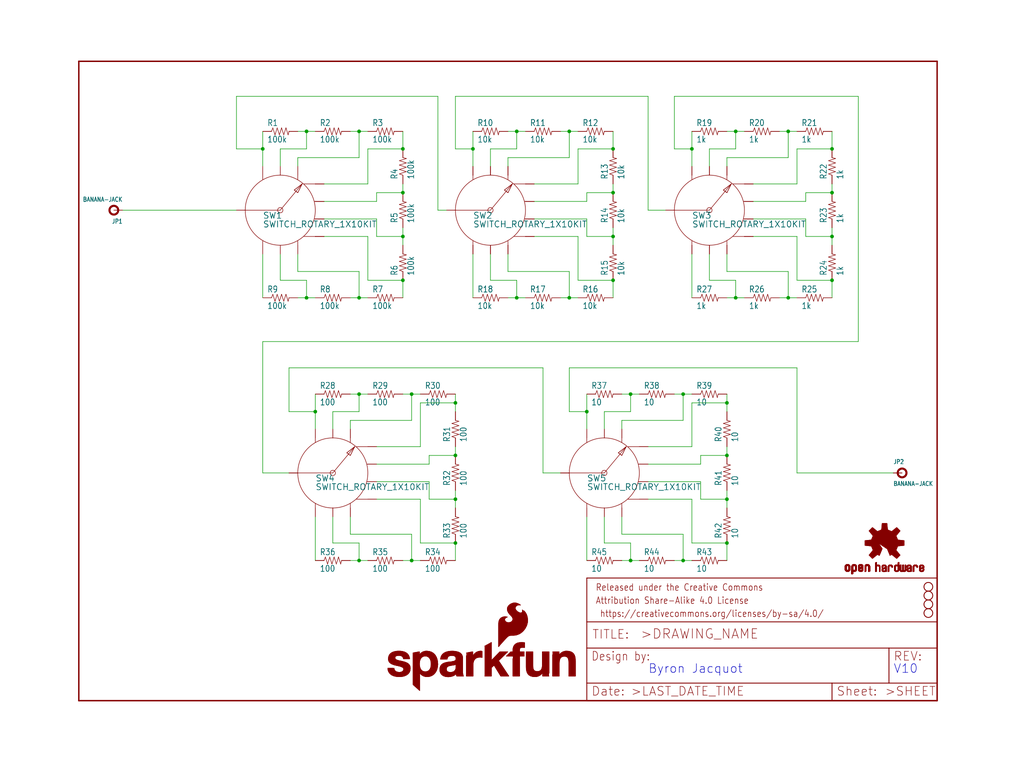
<source format=kicad_sch>
(kicad_sch (version 20211123) (generator eeschema)
  (paper "User" 297.002 223.926)
  (lib_symbols
    (symbol "eagleSchem-eagle-import:100KOHM-1{slash}4W-1%(PTH)VERT-KIT"
      (property "Reference" "R" (at -3.81 1.4986 0))
      (property "Value" "100KOHM-1{slash}4W-1%(PTH)VERT-KIT" (at -3.81 -3.302 0))
      (symbol "100KOHM-1{slash}4W-1%(PTH)VERT-KIT_1_0"
        (pin passive line (at -5.08 0 0) (length 2.54) (name "1") (number "P$1"))
        (pin passive line (at 5.08 0 180) (length 2.54) (name "2") (number "P$2"))
      )
    )
    (symbol "eagleSchem-eagle-import:100OHM-1{slash}4W-1%(PTH)VERT-KIT"
      (property "Reference" "R" (at -3.81 1.4986 0))
      (property "Value" "100OHM-1{slash}4W-1%(PTH)VERT-KIT" (at -3.81 -3.302 0))
      (symbol "100OHM-1{slash}4W-1%(PTH)VERT-KIT_1_0"
        (pin passive line (at -5.08 0 0) (length 2.54) (name "1") (number "P$1"))
        (pin passive line (at 5.08 0 180) (length 2.54) (name "2") (number "P$2"))
      )
    )
    (symbol "eagleSchem-eagle-import:10KOHM-1{slash}4W-1%(PTH)VERT-KIT"
      (property "Reference" "R" (at -3.81 1.4986 0))
      (property "Value" "10KOHM-1{slash}4W-1%(PTH)VERT-KIT" (at -3.81 -3.302 0))
      (symbol "10KOHM-1{slash}4W-1%(PTH)VERT-KIT_1_0"
        (pin passive line (at -5.08 0 0) (length 2.54) (name "1") (number "P$1"))
        (pin passive line (at 5.08 0 180) (length 2.54) (name "2") (number "P$2"))
      )
    )
    (symbol "eagleSchem-eagle-import:10OHM-1{slash}4W-1%(PTH)VERT-KIT"
      (property "Reference" "R" (at -3.81 1.4986 0))
      (property "Value" "10OHM-1{slash}4W-1%(PTH)VERT-KIT" (at -3.81 -3.302 0))
      (symbol "10OHM-1{slash}4W-1%(PTH)VERT-KIT_1_0"
        (pin passive line (at -5.08 0 0) (length 2.54) (name "1") (number "P$1"))
        (pin passive line (at 5.08 0 180) (length 2.54) (name "2") (number "P$2"))
      )
    )
    (symbol "eagleSchem-eagle-import:1KOHM-1{slash}4W-1%(PTH)VERT-KIT"
      (property "Reference" "R" (at -3.81 1.4986 0))
      (property "Value" "1KOHM-1{slash}4W-1%(PTH)VERT-KIT" (at -3.81 -3.302 0))
      (symbol "1KOHM-1{slash}4W-1%(PTH)VERT-KIT_1_0"
        (pin passive line (at -5.08 0 0) (length 2.54) (name "1") (number "P$1"))
        (pin passive line (at 5.08 0 180) (length 2.54) (name "2") (number "P$2"))
      )
    )
    (symbol "eagleSchem-eagle-import:BANANA-JACK"
      (property "Reference" "JP" (at -2.54 2.54 0))
      (property "Value" "BANANA-JACK" (at -2.54 -3.81 0))
      (symbol "BANANA-JACK_1_0"
        (pin bidirectional line (at -2.54 0 0) (length 2.54) (name "P$1") (number "P$1"))
      )
    )
    (symbol "eagleSchem-eagle-import:FRAME-LETTER"
      (symbol "FRAME-LETTER_2_0"
        (text " https://creativecommons.org/licenses/by-sa/4.0/" (at 2.54 24.13 0) (effects (font (size 1.9304 1.6408)) (justify left bottom)))
        (text ">DRAWING_NAME" (at 15.494 17.78 0) (effects (font (size 2.7432 2.7432)) (justify left bottom)))
        (text ">LAST_DATE_TIME" (at 12.7 1.27 0) (effects (font (size 2.54 2.54)) (justify left bottom)))
        (text ">SHEET" (at 86.36 1.27 0) (effects (font (size 2.54 2.54)) (justify left bottom)))
        (text "Attribution Share-Alike 4.0 License" (at 2.54 27.94 0) (effects (font (size 1.9304 1.6408)) (justify left bottom)))
        (text "Date:" (at 1.27 1.27 0) (effects (font (size 2.54 2.54)) (justify left bottom)))
        (text "Design by:" (at 1.27 11.43 0) (effects (font (size 2.54 2.159)) (justify left bottom)))
        (text "Released under the Creative Commons" (at 2.54 31.75 0) (effects (font (size 1.9304 1.6408)) (justify left bottom)))
        (text "REV:" (at 88.9 11.43 0) (effects (font (size 2.54 2.54)) (justify left bottom)))
        (text "Sheet:" (at 72.39 1.27 0) (effects (font (size 2.54 2.54)) (justify left bottom)))
        (text "TITLE:" (at 1.524 17.78 0) (effects (font (size 2.54 2.54)) (justify left bottom)))
      )
    )
    (symbol "eagleSchem-eagle-import:OSHW-LOGOL")
    (symbol "eagleSchem-eagle-import:SFE_LOGO_NAME_FLAME.2_INCH")
    (symbol "eagleSchem-eagle-import:SFE_LOGO_NAME_FLAME.5_INCH")
    (symbol "eagleSchem-eagle-import:STAND-OFF")
    (symbol "eagleSchem-eagle-import:SWITCH_ROTARY_1X10KIT"
      (property "Reference" "SW" (at -5.08 -2.54 0))
      (property "Value" "SWITCH_ROTARY_1X10KIT" (at -5.08 -5.08 0))
      (symbol "SWITCH_ROTARY_1X10KIT_1_0"
        (pin bidirectional line (at -5.08 12.7 270) (length 2.54) (name "1") (number "1"))
        (pin bidirectional line (at -5.08 -12.7 90) (length 2.54) (name "10") (number "10"))
        (pin bidirectional line (at 0 12.7 270) (length 2.54) (name "2") (number "2"))
        (pin bidirectional line (at 5.08 12.7 270) (length 2.54) (name "3") (number "3"))
        (pin bidirectional line (at 12.7 7.62 180) (length 2.54) (name "4") (number "4"))
        (pin bidirectional line (at 12.7 2.54 180) (length 2.54) (name "5") (number "5"))
        (pin bidirectional line (at 12.7 -2.54 180) (length 2.54) (name "6") (number "6"))
        (pin bidirectional line (at 12.7 -7.62 180) (length 2.54) (name "7") (number "7"))
        (pin bidirectional line (at 5.08 -12.7 90) (length 2.54) (name "8") (number "8"))
        (pin bidirectional line (at 0 -12.7 90) (length 2.54) (name "9") (number "9"))
        (pin bidirectional line (at -12.7 0 0) (length 2.54) (name "COMMON") (number "COMMON"))
      )
    )
  )
  (junction (at 213.36 86.36))
  (junction (at 149.86 86.36))
  (junction (at 198.12 162.56))
  (junction (at 170.18 119.38))
  (junction (at 116.84 55.88))
  (junction (at 177.8 43.18))
  (junction (at 210.82 144.78))
  (junction (at 116.84 43.18))
  (junction (at 182.88 114.3))
  (junction (at 165.1 38.1))
  (junction (at 149.86 38.1))
  (junction (at 210.82 157.48))
  (junction (at 241.3 81.28))
  (junction (at 241.3 43.18))
  (junction (at 104.14 86.36))
  (junction (at 104.14 114.3))
  (junction (at 210.82 116.84))
  (junction (at 119.38 114.3))
  (junction (at 104.14 38.1))
  (junction (at 104.14 162.56))
  (junction (at 241.3 55.88))
  (junction (at 132.08 157.48))
  (junction (at 177.8 68.58))
  (junction (at 119.38 162.56))
  (junction (at 182.88 162.56))
  (junction (at 241.3 68.58))
  (junction (at 88.9 38.1))
  (junction (at 177.8 55.88))
  (junction (at 116.84 81.28))
  (junction (at 177.8 81.28))
  (junction (at 132.08 116.84))
  (junction (at 88.9 86.36))
  (junction (at 137.16 43.18))
  (junction (at 165.1 86.36))
  (junction (at 198.12 114.3))
  (junction (at 228.6 38.1))
  (junction (at 91.44 119.38))
  (junction (at 132.08 132.08))
  (junction (at 210.82 132.08))
  (junction (at 200.66 43.18))
  (junction (at 132.08 144.78))
  (junction (at 76.2 43.18))
  (junction (at 228.6 86.36))
  (junction (at 116.84 68.58))
  (junction (at 213.36 38.1))
  (wire (pts (xy 91.44 86.36) (xy 88.9 86.36)))
  (wire (pts (xy 106.68 86.36) (xy 104.14 86.36)))
  (wire (pts (xy 241.3 66.04) (xy 241.3 68.58)))
  (wire (pts (xy 218.44 53.34) (xy 231.14 53.34)))
  (wire (pts (xy 210.82 73.66) (xy 210.82 78.74)))
  (wire (pts (xy 86.36 45.72) (xy 86.36 48.26)))
  (wire (pts (xy 170.18 162.56) (xy 170.18 149.86)))
  (wire (pts (xy 154.94 68.58) (xy 167.64 68.58)))
  (wire (pts (xy 147.32 45.72) (xy 147.32 48.26)))
  (wire (pts (xy 149.86 38.1) (xy 152.4 38.1)))
  (wire (pts (xy 213.36 86.36) (xy 210.82 86.36)))
  (wire (pts (xy 228.6 86.36) (xy 226.06 86.36)))
  (wire (pts (xy 142.24 43.18) (xy 149.86 43.18)))
  (wire (pts (xy 165.1 86.36) (xy 162.56 86.36)))
  (wire (pts (xy 101.6 38.1) (xy 104.14 38.1)))
  (wire (pts (xy 177.8 68.58) (xy 177.8 71.12)))
  (wire (pts (xy 203.2 134.62) (xy 203.2 132.08)))
  (wire (pts (xy 233.68 58.42) (xy 233.68 55.88)))
  (wire (pts (xy 147.32 38.1) (xy 149.86 38.1)))
  (wire (pts (xy 185.42 162.56) (xy 182.88 162.56)))
  (wire (pts (xy 109.22 68.58) (xy 109.22 63.5)))
  (wire (pts (xy 109.22 58.42) (xy 109.22 55.88)))
  (wire (pts (xy 167.64 53.34) (xy 167.64 43.18)))
  (wire (pts (xy 88.9 43.18) (xy 88.9 38.1)))
  (wire (pts (xy 154.94 58.42) (xy 170.18 58.42)))
  (wire (pts (xy 200.66 48.26) (xy 200.66 43.18)))
  (wire (pts (xy 104.14 119.38) (xy 104.14 114.3)))
  (wire (pts (xy 101.6 149.86) (xy 101.6 154.94)))
  (wire (pts (xy 137.16 86.36) (xy 137.16 73.66)))
  (wire (pts (xy 228.6 78.74) (xy 228.6 86.36)))
  (wire (pts (xy 218.44 58.42) (xy 233.68 58.42)))
  (wire (pts (xy 180.34 114.3) (xy 182.88 114.3)))
  (wire (pts (xy 233.68 68.58) (xy 233.68 63.5)))
  (wire (pts (xy 91.44 119.38) (xy 83.82 119.38)))
  (wire (pts (xy 241.3 53.34) (xy 241.3 55.88)))
  (wire (pts (xy 165.1 78.74) (xy 165.1 86.36)))
  (wire (pts (xy 121.92 157.48) (xy 132.08 157.48)))
  (wire (pts (xy 96.52 157.48) (xy 104.14 157.48)))
  (wire (pts (xy 165.1 119.38) (xy 165.1 106.68)))
  (wire (pts (xy 149.86 43.18) (xy 149.86 38.1)))
  (wire (pts (xy 205.74 73.66) (xy 205.74 81.28)))
  (wire (pts (xy 210.82 114.3) (xy 210.82 116.84)))
  (wire (pts (xy 137.16 43.18) (xy 132.08 43.18)))
  (wire (pts (xy 116.84 81.28) (xy 116.84 86.36)))
  (wire (pts (xy 182.88 114.3) (xy 185.42 114.3)))
  (wire (pts (xy 210.82 157.48) (xy 210.82 162.56)))
  (wire (pts (xy 187.96 129.54) (xy 200.66 129.54)))
  (wire (pts (xy 83.82 119.38) (xy 83.82 106.68)))
  (wire (pts (xy 170.18 58.42) (xy 170.18 55.88)))
  (wire (pts (xy 177.8 68.58) (xy 170.18 68.58)))
  (wire (pts (xy 149.86 86.36) (xy 147.32 86.36)))
  (wire (pts (xy 195.58 27.94) (xy 248.92 27.94)))
  (wire (pts (xy 175.26 124.46) (xy 175.26 119.38)))
  (wire (pts (xy 96.52 124.46) (xy 96.52 119.38)))
  (wire (pts (xy 200.66 162.56) (xy 198.12 162.56)))
  (wire (pts (xy 106.68 162.56) (xy 104.14 162.56)))
  (wire (pts (xy 210.82 78.74) (xy 228.6 78.74)))
  (wire (pts (xy 154.94 53.34) (xy 167.64 53.34)))
  (wire (pts (xy 132.08 157.48) (xy 132.08 162.56)))
  (wire (pts (xy 68.58 60.96) (xy 35.56 60.96)))
  (wire (pts (xy 200.66 129.54) (xy 200.66 116.84)))
  (wire (pts (xy 142.24 73.66) (xy 142.24 81.28)))
  (wire (pts (xy 167.64 86.36) (xy 165.1 86.36)))
  (wire (pts (xy 231.14 137.16) (xy 259.08 137.16)))
  (wire (pts (xy 231.14 68.58) (xy 231.14 81.28)))
  (wire (pts (xy 200.66 116.84) (xy 210.82 116.84)))
  (wire (pts (xy 109.22 55.88) (xy 116.84 55.88)))
  (wire (pts (xy 76.2 48.26) (xy 76.2 43.18)))
  (wire (pts (xy 96.52 149.86) (xy 96.52 157.48)))
  (wire (pts (xy 121.92 129.54) (xy 121.92 116.84)))
  (wire (pts (xy 104.14 114.3) (xy 106.68 114.3)))
  (wire (pts (xy 96.52 119.38) (xy 104.14 119.38)))
  (wire (pts (xy 165.1 45.72) (xy 147.32 45.72)))
  (wire (pts (xy 101.6 154.94) (xy 119.38 154.94)))
  (wire (pts (xy 213.36 43.18) (xy 213.36 38.1)))
  (wire (pts (xy 170.18 124.46) (xy 170.18 119.38)))
  (wire (pts (xy 177.8 38.1) (xy 177.8 43.18)))
  (wire (pts (xy 132.08 142.24) (xy 132.08 144.78)))
  (wire (pts (xy 170.18 63.5) (xy 154.94 63.5)))
  (wire (pts (xy 165.1 38.1) (xy 165.1 45.72)))
  (wire (pts (xy 119.38 162.56) (xy 116.84 162.56)))
  (wire (pts (xy 187.96 134.62) (xy 203.2 134.62)))
  (wire (pts (xy 76.2 43.18) (xy 76.2 38.1)))
  (wire (pts (xy 142.24 48.26) (xy 142.24 43.18)))
  (wire (pts (xy 119.38 114.3) (xy 119.38 121.92)))
  (wire (pts (xy 116.84 38.1) (xy 116.84 43.18)))
  (wire (pts (xy 101.6 121.92) (xy 101.6 124.46)))
  (wire (pts (xy 205.74 48.26) (xy 205.74 43.18)))
  (wire (pts (xy 132.08 116.84) (xy 132.08 119.38)))
  (wire (pts (xy 106.68 81.28) (xy 116.84 81.28)))
  (wire (pts (xy 187.96 144.78) (xy 200.66 144.78)))
  (wire (pts (xy 104.14 157.48) (xy 104.14 162.56)))
  (wire (pts (xy 165.1 106.68) (xy 231.14 106.68)))
  (wire (pts (xy 104.14 45.72) (xy 86.36 45.72)))
  (wire (pts (xy 116.84 66.04) (xy 116.84 68.58)))
  (wire (pts (xy 198.12 114.3) (xy 198.12 121.92)))
  (wire (pts (xy 88.9 86.36) (xy 86.36 86.36)))
  (wire (pts (xy 203.2 139.7) (xy 187.96 139.7)))
  (wire (pts (xy 248.92 99.06) (xy 76.2 99.06)))
  (wire (pts (xy 213.36 38.1) (xy 215.9 38.1)))
  (wire (pts (xy 137.16 38.1) (xy 137.16 43.18)))
  (wire (pts (xy 68.58 27.94) (xy 127 27.94)))
  (wire (pts (xy 149.86 81.28) (xy 149.86 86.36)))
  (wire (pts (xy 88.9 38.1) (xy 91.44 38.1)))
  (wire (pts (xy 81.28 81.28) (xy 88.9 81.28)))
  (wire (pts (xy 170.18 68.58) (xy 170.18 63.5)))
  (wire (pts (xy 91.44 119.38) (xy 91.44 114.3)))
  (wire (pts (xy 200.66 43.18) (xy 200.66 38.1)))
  (wire (pts (xy 170.18 119.38) (xy 170.18 114.3)))
  (wire (pts (xy 241.3 68.58) (xy 241.3 71.12)))
  (wire (pts (xy 152.4 86.36) (xy 149.86 86.36)))
  (wire (pts (xy 109.22 129.54) (xy 121.92 129.54)))
  (wire (pts (xy 109.22 144.78) (xy 121.92 144.78)))
  (wire (pts (xy 109.22 63.5) (xy 93.98 63.5)))
  (wire (pts (xy 210.82 144.78) (xy 210.82 147.32)))
  (wire (pts (xy 121.92 144.78) (xy 121.92 157.48)))
  (wire (pts (xy 132.08 129.54) (xy 132.08 132.08)))
  (wire (pts (xy 119.38 114.3) (xy 121.92 114.3)))
  (wire (pts (xy 116.84 68.58) (xy 116.84 71.12)))
  (wire (pts (xy 200.66 144.78) (xy 200.66 157.48)))
  (wire (pts (xy 203.2 144.78) (xy 203.2 139.7)))
  (wire (pts (xy 200.66 157.48) (xy 210.82 157.48)))
  (wire (pts (xy 218.44 68.58) (xy 231.14 68.58)))
  (wire (pts (xy 180.34 154.94) (xy 198.12 154.94)))
  (wire (pts (xy 248.92 27.94) (xy 248.92 99.06)))
  (wire (pts (xy 93.98 53.34) (xy 106.68 53.34)))
  (wire (pts (xy 226.06 38.1) (xy 228.6 38.1)))
  (wire (pts (xy 132.08 43.18) (xy 132.08 27.94)))
  (wire (pts (xy 81.28 48.26) (xy 81.28 43.18)))
  (wire (pts (xy 215.9 86.36) (xy 213.36 86.36)))
  (wire (pts (xy 213.36 81.28) (xy 213.36 86.36)))
  (wire (pts (xy 86.36 73.66) (xy 86.36 78.74)))
  (wire (pts (xy 180.34 149.86) (xy 180.34 154.94)))
  (wire (pts (xy 124.46 132.08) (xy 132.08 132.08)))
  (wire (pts (xy 106.68 43.18) (xy 116.84 43.18)))
  (wire (pts (xy 132.08 144.78) (xy 124.46 144.78)))
  (wire (pts (xy 127 60.96) (xy 129.54 60.96)))
  (wire (pts (xy 210.82 45.72) (xy 210.82 48.26)))
  (wire (pts (xy 228.6 45.72) (xy 210.82 45.72)))
  (wire (pts (xy 88.9 81.28) (xy 88.9 86.36)))
  (wire (pts (xy 198.12 162.56) (xy 195.58 162.56)))
  (wire (pts (xy 241.3 68.58) (xy 233.68 68.58)))
  (wire (pts (xy 142.24 81.28) (xy 149.86 81.28)))
  (wire (pts (xy 121.92 162.56) (xy 119.38 162.56)))
  (wire (pts (xy 198.12 121.92) (xy 180.34 121.92)))
  (wire (pts (xy 205.74 81.28) (xy 213.36 81.28)))
  (wire (pts (xy 210.82 38.1) (xy 213.36 38.1)))
  (wire (pts (xy 68.58 43.18) (xy 68.58 27.94)))
  (wire (pts (xy 106.68 53.34) (xy 106.68 43.18)))
  (wire (pts (xy 86.36 38.1) (xy 88.9 38.1)))
  (wire (pts (xy 231.14 81.28) (xy 241.3 81.28)))
  (wire (pts (xy 106.68 68.58) (xy 106.68 81.28)))
  (wire (pts (xy 198.12 154.94) (xy 198.12 162.56)))
  (wire (pts (xy 228.6 38.1) (xy 228.6 45.72)))
  (wire (pts (xy 233.68 55.88) (xy 241.3 55.88)))
  (wire (pts (xy 157.48 137.16) (xy 162.56 137.16)))
  (wire (pts (xy 228.6 38.1) (xy 231.14 38.1)))
  (wire (pts (xy 86.36 78.74) (xy 104.14 78.74)))
  (wire (pts (xy 177.8 81.28) (xy 177.8 86.36)))
  (wire (pts (xy 76.2 43.18) (xy 68.58 43.18)))
  (wire (pts (xy 187.96 27.94) (xy 187.96 60.96)))
  (wire (pts (xy 210.82 144.78) (xy 203.2 144.78)))
  (wire (pts (xy 210.82 142.24) (xy 210.82 144.78)))
  (wire (pts (xy 231.14 43.18) (xy 241.3 43.18)))
  (wire (pts (xy 81.28 73.66) (xy 81.28 81.28)))
  (wire (pts (xy 200.66 86.36) (xy 200.66 73.66)))
  (wire (pts (xy 167.64 68.58) (xy 167.64 81.28)))
  (wire (pts (xy 231.14 106.68) (xy 231.14 137.16)))
  (wire (pts (xy 167.64 81.28) (xy 177.8 81.28)))
  (wire (pts (xy 182.88 119.38) (xy 182.88 114.3)))
  (wire (pts (xy 147.32 78.74) (xy 165.1 78.74)))
  (wire (pts (xy 81.28 43.18) (xy 88.9 43.18)))
  (wire (pts (xy 132.08 144.78) (xy 132.08 147.32)))
  (wire (pts (xy 116.84 68.58) (xy 109.22 68.58)))
  (wire (pts (xy 91.44 124.46) (xy 91.44 119.38)))
  (wire (pts (xy 121.92 116.84) (xy 132.08 116.84)))
  (wire (pts (xy 203.2 132.08) (xy 210.82 132.08)))
  (wire (pts (xy 76.2 137.16) (xy 83.82 137.16)))
  (wire (pts (xy 147.32 73.66) (xy 147.32 78.74)))
  (wire (pts (xy 116.84 53.34) (xy 116.84 55.88)))
  (wire (pts (xy 187.96 60.96) (xy 193.04 60.96)))
  (wire (pts (xy 231.14 86.36) (xy 228.6 86.36)))
  (wire (pts (xy 205.74 43.18) (xy 213.36 43.18)))
  (wire (pts (xy 109.22 134.62) (xy 124.46 134.62)))
  (wire (pts (xy 132.08 27.94) (xy 187.96 27.94)))
  (wire (pts (xy 124.46 134.62) (xy 124.46 132.08)))
  (wire (pts (xy 200.66 43.18) (xy 195.58 43.18)))
  (wire (pts (xy 175.26 119.38) (xy 182.88 119.38)))
  (wire (pts (xy 119.38 121.92) (xy 101.6 121.92)))
  (wire (pts (xy 101.6 114.3) (xy 104.14 114.3)))
  (wire (pts (xy 170.18 55.88) (xy 177.8 55.88)))
  (wire (pts (xy 182.88 157.48) (xy 182.88 162.56)))
  (wire (pts (xy 177.8 53.34) (xy 177.8 55.88)))
  (wire (pts (xy 93.98 58.42) (xy 109.22 58.42)))
  (wire (pts (xy 91.44 162.56) (xy 91.44 149.86)))
  (wire (pts (xy 231.14 53.34) (xy 231.14 43.18)))
  (wire (pts (xy 93.98 68.58) (xy 106.68 68.58)))
  (wire (pts (xy 104.14 38.1) (xy 104.14 45.72)))
  (wire (pts (xy 137.16 48.26) (xy 137.16 43.18)))
  (wire (pts (xy 210.82 129.54) (xy 210.82 132.08)))
  (wire (pts (xy 180.34 121.92) (xy 180.34 124.46)))
  (wire (pts (xy 170.18 119.38) (xy 165.1 119.38)))
  (wire (pts (xy 132.08 114.3) (xy 132.08 116.84)))
  (wire (pts (xy 116.84 114.3) (xy 119.38 114.3)))
  (wire (pts (xy 241.3 81.28) (xy 241.3 86.36)))
  (wire (pts (xy 157.48 106.68) (xy 157.48 137.16)))
  (wire (pts (xy 104.14 162.56) (xy 101.6 162.56)))
  (wire (pts (xy 195.58 43.18) (xy 195.58 27.94)))
  (wire (pts (xy 119.38 154.94) (xy 119.38 162.56)))
  (wire (pts (xy 198.12 114.3) (xy 200.66 114.3)))
  (wire (pts (xy 104.14 38.1) (xy 106.68 38.1)))
  (wire (pts (xy 241.3 38.1) (xy 241.3 43.18)))
  (wire (pts (xy 127 27.94) (xy 127 60.96)))
  (wire (pts (xy 104.14 78.74) (xy 104.14 86.36)))
  (wire (pts (xy 175.26 157.48) (xy 182.88 157.48)))
  (wire (pts (xy 76.2 86.36) (xy 76.2 73.66)))
  (wire (pts (xy 195.58 114.3) (xy 198.12 114.3)))
  (wire (pts (xy 233.68 63.5) (xy 218.44 63.5)))
  (wire (pts (xy 124.46 139.7) (xy 109.22 139.7)))
  (wire (pts (xy 76.2 99.06) (xy 76.2 137.16)))
  (wire (pts (xy 104.14 86.36) (xy 101.6 86.36)))
  (wire (pts (xy 177.8 66.04) (xy 177.8 68.58)))
  (wire (pts (xy 182.88 162.56) (xy 180.34 162.56)))
  (wire (pts (xy 167.64 43.18) (xy 177.8 43.18)))
  (wire (pts (xy 83.82 106.68) (xy 157.48 106.68)))
  (wire (pts (xy 175.26 149.86) (xy 175.26 157.48)))
  (wire (pts (xy 210.82 116.84) (xy 210.82 119.38)))
  (wire (pts (xy 162.56 38.1) (xy 165.1 38.1)))
  (wire (pts (xy 124.46 144.78) (xy 124.46 139.7)))
  (wire (pts (xy 167.64 38.1) (xy 165.1 38.1)))
  (text "Byron Jacquot" (at 187.96 195.58 180) (effects (font (size 2.54 2.54)) (justify left bottom)))
  (text "V10" (at 259.08 195.58 180) (effects (font (size 2.54 2.54)) (justify left bottom)))
  (symbol (lib_id "eagleSchem-eagle-import:1KOHM-1{slash}4W-1%(PTH)VERT-KIT") (at 241.3 48.26 90) (unit 1)
    (property "Reference" "R22" (at 239.8014 52.07 0) (effects (font (size 1.778 1.5113)) (justify left bottom)))
    (property "Value" "1k" (at 244.602 52.07 0) (effects (font (size 1.778 1.5113)) (justify left bottom)))
    (property "Footprint" "eagleSchem:AXIAL-0.1EZ" (effects hide))
  )
  (symbol (lib_id "eagleSchem-eagle-import:STAND-OFF") (at 269.24 172.72 0) (unit 1)
    (property "Reference" "STANDOFF3" (effects hide))
    (property "Value" "STAND-OFF" (effects hide))
    (property "Footprint" "eagleSchem:STAND-OFF" (effects hide))
  )
  (symbol (lib_id "eagleSchem-eagle-import:100KOHM-1{slash}4W-1%(PTH)VERT-KIT") (at 96.52 86.36 0) (unit 1)
    (property "Reference" "R8" (at 92.71 84.8614 0) (effects (font (size 1.778 1.5113)) (justify left bottom)))
    (property "Value" "100k" (at 92.71 89.662 0) (effects (font (size 1.778 1.5113)) (justify left bottom)))
    (property "Footprint" "eagleSchem:AXIAL-0.1EZ" (effects hide))
  )
  (symbol (lib_id "eagleSchem-eagle-import:100OHM-1{slash}4W-1%(PTH)VERT-KIT") (at 127 162.56 0) (unit 1)
    (property "Reference" "R34" (at 123.19 161.0614 0) (effects (font (size 1.778 1.5113)) (justify left bottom)))
    (property "Value" "100" (at 123.19 165.862 0) (effects (font (size 1.778 1.5113)) (justify left bottom)))
    (property "Footprint" "eagleSchem:AXIAL-0.1EZ" (effects hide))
  )
  (symbol (lib_id "eagleSchem-eagle-import:10OHM-1{slash}4W-1%(PTH)VERT-KIT") (at 205.74 162.56 0) (unit 1)
    (property "Reference" "R43" (at 201.93 161.0614 0) (effects (font (size 1.778 1.5113)) (justify left bottom)))
    (property "Value" "10" (at 201.93 165.862 0) (effects (font (size 1.778 1.5113)) (justify left bottom)))
    (property "Footprint" "eagleSchem:AXIAL-0.1EZ" (effects hide))
  )
  (symbol (lib_id "eagleSchem-eagle-import:100KOHM-1{slash}4W-1%(PTH)VERT-KIT") (at 116.84 48.26 90) (unit 1)
    (property "Reference" "R4" (at 115.3414 52.07 0) (effects (font (size 1.778 1.5113)) (justify left bottom)))
    (property "Value" "100k" (at 120.142 52.07 0) (effects (font (size 1.778 1.5113)) (justify left bottom)))
    (property "Footprint" "eagleSchem:AXIAL-0.1EZ" (effects hide))
  )
  (symbol (lib_id "eagleSchem-eagle-import:STAND-OFF") (at 269.24 177.8 0) (unit 1)
    (property "Reference" "STANDOFF1" (effects hide))
    (property "Value" "STAND-OFF" (effects hide))
    (property "Footprint" "eagleSchem:STAND-OFF" (effects hide))
  )
  (symbol (lib_id "eagleSchem-eagle-import:1KOHM-1{slash}4W-1%(PTH)VERT-KIT") (at 220.98 86.36 0) (unit 1)
    (property "Reference" "R26" (at 217.17 84.8614 0) (effects (font (size 1.778 1.5113)) (justify left bottom)))
    (property "Value" "1k" (at 217.17 89.662 0) (effects (font (size 1.778 1.5113)) (justify left bottom)))
    (property "Footprint" "eagleSchem:AXIAL-0.1EZ" (effects hide))
  )
  (symbol (lib_id "eagleSchem-eagle-import:10KOHM-1{slash}4W-1%(PTH)VERT-KIT") (at 177.8 60.96 90) (unit 1)
    (property "Reference" "R14" (at 176.3014 64.77 0) (effects (font (size 1.778 1.5113)) (justify left bottom)))
    (property "Value" "10k" (at 181.102 64.77 0) (effects (font (size 1.778 1.5113)) (justify left bottom)))
    (property "Footprint" "eagleSchem:AXIAL-0.1EZ" (effects hide))
  )
  (symbol (lib_id "eagleSchem-eagle-import:10OHM-1{slash}4W-1%(PTH)VERT-KIT") (at 210.82 137.16 90) (unit 1)
    (property "Reference" "R41" (at 209.3214 140.97 0) (effects (font (size 1.778 1.5113)) (justify left bottom)))
    (property "Value" "10" (at 214.122 140.97 0) (effects (font (size 1.778 1.5113)) (justify left bottom)))
    (property "Footprint" "eagleSchem:AXIAL-0.1EZ" (effects hide))
  )
  (symbol (lib_id "eagleSchem-eagle-import:SWITCH_ROTARY_1X10KIT") (at 205.74 60.96 0) (unit 1)
    (property "Reference" "SW3" (at 200.66 63.5 0) (effects (font (size 1.778 1.778)) (justify left bottom)))
    (property "Value" "SWITCH_ROTARY_1X10KIT" (at 200.66 66.04 0) (effects (font (size 1.778 1.778)) (justify left bottom)))
    (property "Footprint" "eagleSchem:ROTARY_SWITCH_1X10_KIT" (effects hide))
  )
  (symbol (lib_id "eagleSchem-eagle-import:100OHM-1{slash}4W-1%(PTH)VERT-KIT") (at 96.52 114.3 0) (unit 1)
    (property "Reference" "R28" (at 92.71 112.8014 0) (effects (font (size 1.778 1.5113)) (justify left bottom)))
    (property "Value" "100" (at 92.71 117.602 0) (effects (font (size 1.778 1.5113)) (justify left bottom)))
    (property "Footprint" "eagleSchem:AXIAL-0.1EZ" (effects hide))
  )
  (symbol (lib_id "eagleSchem-eagle-import:FRAME-LETTER") (at 22.86 203.2 0) (unit 1)
    (property "Reference" "FRAME1" (effects hide))
    (property "Value" "FRAME-LETTER" (effects hide))
    (property "Footprint" "eagleSchem:CREATIVE_COMMONS" (effects hide))
  )
  (symbol (lib_id "eagleSchem-eagle-import:10KOHM-1{slash}4W-1%(PTH)VERT-KIT") (at 157.48 38.1 0) (unit 1)
    (property "Reference" "R11" (at 153.67 36.6014 0) (effects (font (size 1.778 1.5113)) (justify left bottom)))
    (property "Value" "10k" (at 153.67 41.402 0) (effects (font (size 1.778 1.5113)) (justify left bottom)))
    (property "Footprint" "eagleSchem:AXIAL-0.1EZ" (effects hide))
  )
  (symbol (lib_id "eagleSchem-eagle-import:1KOHM-1{slash}4W-1%(PTH)VERT-KIT") (at 205.74 86.36 0) (unit 1)
    (property "Reference" "R27" (at 201.93 84.8614 0) (effects (font (size 1.778 1.5113)) (justify left bottom)))
    (property "Value" "1k" (at 201.93 89.662 0) (effects (font (size 1.778 1.5113)) (justify left bottom)))
    (property "Footprint" "eagleSchem:AXIAL-0.1EZ" (effects hide))
  )
  (symbol (lib_id "eagleSchem-eagle-import:1KOHM-1{slash}4W-1%(PTH)VERT-KIT") (at 220.98 38.1 0) (unit 1)
    (property "Reference" "R20" (at 217.17 36.6014 0) (effects (font (size 1.778 1.5113)) (justify left bottom)))
    (property "Value" "1k" (at 217.17 41.402 0) (effects (font (size 1.778 1.5113)) (justify left bottom)))
    (property "Footprint" "eagleSchem:AXIAL-0.1EZ" (effects hide))
  )
  (symbol (lib_id "eagleSchem-eagle-import:100KOHM-1{slash}4W-1%(PTH)VERT-KIT") (at 81.28 86.36 0) (unit 1)
    (property "Reference" "R9" (at 77.47 84.8614 0) (effects (font (size 1.778 1.5113)) (justify left bottom)))
    (property "Value" "100k" (at 77.47 89.662 0) (effects (font (size 1.778 1.5113)) (justify left bottom)))
    (property "Footprint" "eagleSchem:AXIAL-0.1EZ" (effects hide))
  )
  (symbol (lib_id "eagleSchem-eagle-import:10OHM-1{slash}4W-1%(PTH)VERT-KIT") (at 175.26 162.56 0) (unit 1)
    (property "Reference" "R45" (at 171.45 161.0614 0) (effects (font (size 1.778 1.5113)) (justify left bottom)))
    (property "Value" "10" (at 171.45 165.862 0) (effects (font (size 1.778 1.5113)) (justify left bottom)))
    (property "Footprint" "eagleSchem:AXIAL-0.1EZ" (effects hide))
  )
  (symbol (lib_id "eagleSchem-eagle-import:10KOHM-1{slash}4W-1%(PTH)VERT-KIT") (at 177.8 48.26 90) (unit 1)
    (property "Reference" "R13" (at 176.3014 52.07 0) (effects (font (size 1.778 1.5113)) (justify left bottom)))
    (property "Value" "10k" (at 181.102 52.07 0) (effects (font (size 1.778 1.5113)) (justify left bottom)))
    (property "Footprint" "eagleSchem:AXIAL-0.1EZ" (effects hide))
  )
  (symbol (lib_id "eagleSchem-eagle-import:1KOHM-1{slash}4W-1%(PTH)VERT-KIT") (at 205.74 38.1 0) (unit 1)
    (property "Reference" "R19" (at 201.93 36.6014 0) (effects (font (size 1.778 1.5113)) (justify left bottom)))
    (property "Value" "1k" (at 201.93 41.402 0) (effects (font (size 1.778 1.5113)) (justify left bottom)))
    (property "Footprint" "eagleSchem:AXIAL-0.1EZ" (effects hide))
  )
  (symbol (lib_id "eagleSchem-eagle-import:1KOHM-1{slash}4W-1%(PTH)VERT-KIT") (at 236.22 86.36 0) (unit 1)
    (property "Reference" "R25" (at 232.41 84.8614 0) (effects (font (size 1.778 1.5113)) (justify left bottom)))
    (property "Value" "1k" (at 232.41 89.662 0) (effects (font (size 1.778 1.5113)) (justify left bottom)))
    (property "Footprint" "eagleSchem:AXIAL-0.1EZ" (effects hide))
  )
  (symbol (lib_id "eagleSchem-eagle-import:100KOHM-1{slash}4W-1%(PTH)VERT-KIT") (at 116.84 60.96 90) (unit 1)
    (property "Reference" "R5" (at 115.3414 64.77 0) (effects (font (size 1.778 1.5113)) (justify left bottom)))
    (property "Value" "100k" (at 120.142 64.77 0) (effects (font (size 1.778 1.5113)) (justify left bottom)))
    (property "Footprint" "eagleSchem:AXIAL-0.1EZ" (effects hide))
  )
  (symbol (lib_id "eagleSchem-eagle-import:STAND-OFF") (at 269.24 175.26 0) (unit 1)
    (property "Reference" "STANDOFF2" (effects hide))
    (property "Value" "STAND-OFF" (effects hide))
    (property "Footprint" "eagleSchem:STAND-OFF" (effects hide))
  )
  (symbol (lib_id "eagleSchem-eagle-import:SFE_LOGO_NAME_FLAME.2_INCH") (at 111.76 200.66 0) (unit 1)
    (property "Reference" "LOGO2" (effects hide))
    (property "Value" "SFE_LOGO_NAME_FLAME.2_INCH" (effects hide))
    (property "Footprint" "eagleSchem:SFE_LOGO_NAME_FLAME_.2" (effects hide))
  )
  (symbol (lib_id "eagleSchem-eagle-import:STAND-OFF") (at 269.24 170.18 0) (unit 1)
    (property "Reference" "STANDOFF4" (effects hide))
    (property "Value" "STAND-OFF" (effects hide))
    (property "Footprint" "eagleSchem:STAND-OFF" (effects hide))
  )
  (symbol (lib_id "eagleSchem-eagle-import:10KOHM-1{slash}4W-1%(PTH)VERT-KIT") (at 172.72 38.1 0) (unit 1)
    (property "Reference" "R12" (at 168.91 36.6014 0) (effects (font (size 1.778 1.5113)) (justify left bottom)))
    (property "Value" "10k" (at 168.91 41.402 0) (effects (font (size 1.778 1.5113)) (justify left bottom)))
    (property "Footprint" "eagleSchem:AXIAL-0.1EZ" (effects hide))
  )
  (symbol (lib_id "eagleSchem-eagle-import:10OHM-1{slash}4W-1%(PTH)VERT-KIT") (at 175.26 114.3 0) (unit 1)
    (property "Reference" "R37" (at 171.45 112.8014 0) (effects (font (size 1.778 1.5113)) (justify left bottom)))
    (property "Value" "10" (at 171.45 117.602 0) (effects (font (size 1.778 1.5113)) (justify left bottom)))
    (property "Footprint" "eagleSchem:AXIAL-0.1EZ" (effects hide))
  )
  (symbol (lib_id "eagleSchem-eagle-import:10OHM-1{slash}4W-1%(PTH)VERT-KIT") (at 210.82 152.4 90) (unit 1)
    (property "Reference" "R42" (at 209.3214 156.21 0) (effects (font (size 1.778 1.5113)) (justify left bottom)))
    (property "Value" "10" (at 214.122 156.21 0) (effects (font (size 1.778 1.5113)) (justify left bottom)))
    (property "Footprint" "eagleSchem:AXIAL-0.1EZ" (effects hide))
  )
  (symbol (lib_id "eagleSchem-eagle-import:100OHM-1{slash}4W-1%(PTH)VERT-KIT") (at 96.52 162.56 0) (unit 1)
    (property "Reference" "R36" (at 92.71 161.0614 0) (effects (font (size 1.778 1.5113)) (justify left bottom)))
    (property "Value" "100" (at 92.71 165.862 0) (effects (font (size 1.778 1.5113)) (justify left bottom)))
    (property "Footprint" "eagleSchem:AXIAL-0.1EZ" (effects hide))
  )
  (symbol (lib_id "eagleSchem-eagle-import:10KOHM-1{slash}4W-1%(PTH)VERT-KIT") (at 172.72 86.36 0) (unit 1)
    (property "Reference" "R16" (at 168.91 84.8614 0) (effects (font (size 1.778 1.5113)) (justify left bottom)))
    (property "Value" "10k" (at 168.91 89.662 0) (effects (font (size 1.778 1.5113)) (justify left bottom)))
    (property "Footprint" "eagleSchem:AXIAL-0.1EZ" (effects hide))
  )
  (symbol (lib_id "eagleSchem-eagle-import:10OHM-1{slash}4W-1%(PTH)VERT-KIT") (at 190.5 162.56 0) (unit 1)
    (property "Reference" "R44" (at 186.69 161.0614 0) (effects (font (size 1.778 1.5113)) (justify left bottom)))
    (property "Value" "10" (at 186.69 165.862 0) (effects (font (size 1.778 1.5113)) (justify left bottom)))
    (property "Footprint" "eagleSchem:AXIAL-0.1EZ" (effects hide))
  )
  (symbol (lib_id "eagleSchem-eagle-import:100KOHM-1{slash}4W-1%(PTH)VERT-KIT") (at 81.28 38.1 0) (unit 1)
    (property "Reference" "R1" (at 77.47 36.6014 0) (effects (font (size 1.778 1.5113)) (justify left bottom)))
    (property "Value" "100k" (at 77.47 41.402 0) (effects (font (size 1.778 1.5113)) (justify left bottom)))
    (property "Footprint" "eagleSchem:AXIAL-0.1EZ" (effects hide))
  )
  (symbol (lib_id "eagleSchem-eagle-import:100OHM-1{slash}4W-1%(PTH)VERT-KIT") (at 132.08 124.46 90) (unit 1)
    (property "Reference" "R31" (at 130.5814 128.27 0) (effects (font (size 1.778 1.5113)) (justify left bottom)))
    (property "Value" "100" (at 135.382 128.27 0) (effects (font (size 1.778 1.5113)) (justify left bottom)))
    (property "Footprint" "eagleSchem:AXIAL-0.1EZ" (effects hide))
  )
  (symbol (lib_id "eagleSchem-eagle-import:100KOHM-1{slash}4W-1%(PTH)VERT-KIT") (at 96.52 38.1 0) (unit 1)
    (property "Reference" "R2" (at 92.71 36.6014 0) (effects (font (size 1.778 1.5113)) (justify left bottom)))
    (property "Value" "100k" (at 92.71 41.402 0) (effects (font (size 1.778 1.5113)) (justify left bottom)))
    (property "Footprint" "eagleSchem:AXIAL-0.1EZ" (effects hide))
  )
  (symbol (lib_id "eagleSchem-eagle-import:10KOHM-1{slash}4W-1%(PTH)VERT-KIT") (at 177.8 76.2 90) (unit 1)
    (property "Reference" "R15" (at 176.3014 80.01 0) (effects (font (size 1.778 1.5113)) (justify left bottom)))
    (property "Value" "10k" (at 181.102 80.01 0) (effects (font (size 1.778 1.5113)) (justify left bottom)))
    (property "Footprint" "eagleSchem:AXIAL-0.1EZ" (effects hide))
  )
  (symbol (lib_id "eagleSchem-eagle-import:1KOHM-1{slash}4W-1%(PTH)VERT-KIT") (at 241.3 76.2 90) (unit 1)
    (property "Reference" "R24" (at 239.8014 80.01 0) (effects (font (size 1.778 1.5113)) (justify left bottom)))
    (property "Value" "1k" (at 244.602 80.01 0) (effects (font (size 1.778 1.5113)) (justify left bottom)))
    (property "Footprint" "eagleSchem:AXIAL-0.1EZ" (effects hide))
  )
  (symbol (lib_id "eagleSchem-eagle-import:1KOHM-1{slash}4W-1%(PTH)VERT-KIT") (at 236.22 38.1 0) (unit 1)
    (property "Reference" "R21" (at 232.41 36.6014 0) (effects (font (size 1.778 1.5113)) (justify left bottom)))
    (property "Value" "1k" (at 232.41 41.402 0) (effects (font (size 1.778 1.5113)) (justify left bottom)))
    (property "Footprint" "eagleSchem:AXIAL-0.1EZ" (effects hide))
  )
  (symbol (lib_id "eagleSchem-eagle-import:SWITCH_ROTARY_1X10KIT") (at 81.28 60.96 0) (unit 1)
    (property "Reference" "SW1" (at 76.2 63.5 0) (effects (font (size 1.778 1.778)) (justify left bottom)))
    (property "Value" "SWITCH_ROTARY_1X10KIT" (at 76.2 66.04 0) (effects (font (size 1.778 1.778)) (justify left bottom)))
    (property "Footprint" "eagleSchem:ROTARY_SWITCH_1X10_KIT" (effects hide))
  )
  (symbol (lib_id "eagleSchem-eagle-import:100KOHM-1{slash}4W-1%(PTH)VERT-KIT") (at 116.84 76.2 90) (unit 1)
    (property "Reference" "R6" (at 115.3414 80.01 0) (effects (font (size 1.778 1.5113)) (justify left bottom)))
    (property "Value" "100k" (at 120.142 80.01 0) (effects (font (size 1.778 1.5113)) (justify left bottom)))
    (property "Footprint" "eagleSchem:AXIAL-0.1EZ" (effects hide))
  )
  (symbol (lib_id "eagleSchem-eagle-import:10OHM-1{slash}4W-1%(PTH)VERT-KIT") (at 205.74 114.3 0) (unit 1)
    (property "Reference" "R39" (at 201.93 112.8014 0) (effects (font (size 1.778 1.5113)) (justify left bottom)))
    (property "Value" "10" (at 201.93 117.602 0) (effects (font (size 1.778 1.5113)) (justify left bottom)))
    (property "Footprint" "eagleSchem:AXIAL-0.1EZ" (effects hide))
  )
  (symbol (lib_id "eagleSchem-eagle-import:100OHM-1{slash}4W-1%(PTH)VERT-KIT") (at 111.76 114.3 0) (unit 1)
    (property "Reference" "R29" (at 107.95 112.8014 0) (effects (font (size 1.778 1.5113)) (justify left bottom)))
    (property "Value" "100" (at 107.95 117.602 0) (effects (font (size 1.778 1.5113)) (justify left bottom)))
    (property "Footprint" "eagleSchem:AXIAL-0.1EZ" (effects hide))
  )
  (symbol (lib_id "eagleSchem-eagle-import:10OHM-1{slash}4W-1%(PTH)VERT-KIT") (at 210.82 124.46 90) (unit 1)
    (property "Reference" "R40" (at 209.3214 128.27 0) (effects (font (size 1.778 1.5113)) (justify left bottom)))
    (property "Value" "10" (at 214.122 128.27 0) (effects (font (size 1.778 1.5113)) (justify left bottom)))
    (property "Footprint" "eagleSchem:AXIAL-0.1EZ" (effects hide))
  )
  (symbol (lib_id "eagleSchem-eagle-import:100KOHM-1{slash}4W-1%(PTH)VERT-KIT") (at 111.76 38.1 0) (unit 1)
    (property "Reference" "R3" (at 107.95 36.6014 0) (effects (font (size 1.778 1.5113)) (justify left bottom)))
    (property "Value" "100k" (at 107.95 41.402 0) (effects (font (size 1.778 1.5113)) (justify left bottom)))
    (property "Footprint" "eagleSchem:AXIAL-0.1EZ" (effects hide))
  )
  (symbol (lib_id "eagleSchem-eagle-import:100OHM-1{slash}4W-1%(PTH)VERT-KIT") (at 127 114.3 0) (unit 1)
    (property "Reference" "R30" (at 123.19 112.8014 0) (effects (font (size 1.778 1.5113)) (justify left bottom)))
    (property "Value" "100" (at 123.19 117.602 0) (effects (font (size 1.778 1.5113)) (justify left bottom)))
    (property "Footprint" "eagleSchem:AXIAL-0.1EZ" (effects hide))
  )
  (symbol (lib_id "eagleSchem-eagle-import:10KOHM-1{slash}4W-1%(PTH)VERT-KIT") (at 157.48 86.36 0) (unit 1)
    (property "Reference" "R17" (at 153.67 84.8614 0) (effects (font (size 1.778 1.5113)) (justify left bottom)))
    (property "Value" "10k" (at 153.67 89.662 0) (effects (font (size 1.778 1.5113)) (justify left bottom)))
    (property "Footprint" "eagleSchem:AXIAL-0.1EZ" (effects hide))
  )
  (symbol (lib_id "eagleSchem-eagle-import:1KOHM-1{slash}4W-1%(PTH)VERT-KIT") (at 241.3 60.96 90) (unit 1)
    (property "Reference" "R23" (at 239.8014 64.77 0) (effects (font (size 1.778 1.5113)) (justify left bottom)))
    (property "Value" "1k" (at 244.602 64.77 0) (effects (font (size 1.778 1.5113)) (justify left bottom)))
    (property "Footprint" "eagleSchem:AXIAL-0.1EZ" (effects hide))
  )
  (symbol (lib_id "eagleSchem-eagle-import:OSHW-LOGOL") (at 256.54 157.48 0) (unit 1)
    (property "Reference" "LOGO4" (effects hide))
    (property "Value" "OSHW-LOGOL" (effects hide))
    (property "Footprint" "eagleSchem:OSHW-LOGO-L" (effects hide))
  )
  (symbol (lib_id "eagleSchem-eagle-import:SWITCH_ROTARY_1X10KIT") (at 175.26 137.16 0) (unit 1)
    (property "Reference" "SW5" (at 170.18 139.7 0) (effects (font (size 1.778 1.778)) (justify left bottom)))
    (property "Value" "SWITCH_ROTARY_1X10KIT" (at 170.18 142.24 0) (effects (font (size 1.778 1.778)) (justify left bottom)))
    (property "Footprint" "eagleSchem:ROTARY_SWITCH_1X10_KIT" (effects hide))
  )
  (symbol (lib_id "eagleSchem-eagle-import:100OHM-1{slash}4W-1%(PTH)VERT-KIT") (at 132.08 137.16 90) (unit 1)
    (property "Reference" "R32" (at 130.5814 140.97 0) (effects (font (size 1.778 1.5113)) (justify left bottom)))
    (property "Value" "100" (at 135.382 140.97 0) (effects (font (size 1.778 1.5113)) (justify left bottom)))
    (property "Footprint" "eagleSchem:AXIAL-0.1EZ" (effects hide))
  )
  (symbol (lib_id "eagleSchem-eagle-import:SWITCH_ROTARY_1X10KIT") (at 142.24 60.96 0) (unit 1)
    (property "Reference" "SW2" (at 137.16 63.5 0) (effects (font (size 1.778 1.778)) (justify left bottom)))
    (property "Value" "SWITCH_ROTARY_1X10KIT" (at 137.16 66.04 0) (effects (font (size 1.778 1.778)) (justify left bottom)))
    (property "Footprint" "eagleSchem:ROTARY_SWITCH_1X10_KIT" (effects hide))
  )
  (symbol (lib_id "eagleSchem-eagle-import:10OHM-1{slash}4W-1%(PTH)VERT-KIT") (at 190.5 114.3 0) (unit 1)
    (property "Reference" "R38" (at 186.69 112.8014 0) (effects (font (size 1.778 1.5113)) (justify left bottom)))
    (property "Value" "10" (at 186.69 117.602 0) (effects (font (size 1.778 1.5113)) (justify left bottom)))
    (property "Footprint" "eagleSchem:AXIAL-0.1EZ" (effects hide))
  )
  (symbol (lib_id "eagleSchem-eagle-import:BANANA-JACK") (at 33.02 60.96 180) (unit 1)
    (property "Reference" "JP1" (at 35.56 63.5 0) (effects (font (size 1.27 1.0795)) (justify left bottom)))
    (property "Value" "BANANA-JACK" (at 35.56 57.15 0) (effects (font (size 1.27 1.0795)) (justify left bottom)))
    (property "Footprint" "eagleSchem:BANANA-JACK" (effects hide))
  )
  (symbol (lib_id "eagleSchem-eagle-import:10KOHM-1{slash}4W-1%(PTH)VERT-KIT") (at 142.24 38.1 0) (unit 1)
    (property "Reference" "R10" (at 138.43 36.6014 0) (effects (font (size 1.778 1.5113)) (justify left bottom)))
    (property "Value" "10k" (at 138.43 41.402 0) (effects (font (size 1.778 1.5113)) (justify left bottom)))
    (property "Footprint" "eagleSchem:AXIAL-0.1EZ" (effects hide))
  )
  (symbol (lib_id "eagleSchem-eagle-import:BANANA-JACK") (at 261.62 137.16 0) (unit 1)
    (property "Reference" "JP2" (at 259.08 134.62 0) (effects (font (size 1.27 1.0795)) (justify left bottom)))
    (property "Value" "BANANA-JACK" (at 259.08 140.97 0) (effects (font (size 1.27 1.0795)) (justify left bottom)))
    (property "Footprint" "eagleSchem:BANANA-JACK" (effects hide))
  )
  (symbol (lib_id "eagleSchem-eagle-import:SFE_LOGO_NAME_FLAME.5_INCH") (at 111.76 200.66 0) (unit 1)
    (property "Reference" "LOGO3" (effects hide))
    (property "Value" "SFE_LOGO_NAME_FLAME.5_INCH" (effects hide))
    (property "Footprint" "eagleSchem:SFE_LOGO_NAME_FLAME_.5" (effects hide))
  )
  (symbol (lib_id "eagleSchem-eagle-import:100OHM-1{slash}4W-1%(PTH)VERT-KIT") (at 111.76 162.56 0) (unit 1)
    (property "Reference" "R35" (at 107.95 161.0614 0) (effects (font (size 1.778 1.5113)) (justify left bottom)))
    (property "Value" "100" (at 107.95 165.862 0) (effects (font (size 1.778 1.5113)) (justify left bottom)))
    (property "Footprint" "eagleSchem:AXIAL-0.1EZ" (effects hide))
  )
  (symbol (lib_id "eagleSchem-eagle-import:FRAME-LETTER") (at 170.18 203.2 0) (unit 2)
    (property "Reference" "FRAME1" (effects hide))
    (property "Value" "FRAME-LETTER" (effects hide))
    (property "Footprint" "eagleSchem:CREATIVE_COMMONS" (effects hide))
  )
  (symbol (lib_id "eagleSchem-eagle-import:10KOHM-1{slash}4W-1%(PTH)VERT-KIT") (at 142.24 86.36 0) (unit 1)
    (property "Reference" "R18" (at 138.43 84.8614 0) (effects (font (size 1.778 1.5113)) (justify left bottom)))
    (property "Value" "10k" (at 138.43 89.662 0) (effects (font (size 1.778 1.5113)) (justify left bottom)))
    (property "Footprint" "eagleSchem:AXIAL-0.1EZ" (effects hide))
  )
  (symbol (lib_id "eagleSchem-eagle-import:OSHW-LOGOL") (at 256.54 157.48 0) (unit 1)
    (property "Reference" "LOGO1" (effects hide))
    (property "Value" "OSHW-LOGOL" (effects hide))
    (property "Footprint" "eagleSchem:OSHW-LOGO-L" (effects hide))
  )
  (symbol (lib_id "eagleSchem-eagle-import:SWITCH_ROTARY_1X10KIT") (at 96.52 137.16 0) (unit 1)
    (property "Reference" "SW4" (at 91.44 139.7 0) (effects (font (size 1.778 1.778)) (justify left bottom)))
    (property "Value" "SWITCH_ROTARY_1X10KIT" (at 91.44 142.24 0) (effects (font (size 1.778 1.778)) (justify left bottom)))
    (property "Footprint" "eagleSchem:ROTARY_SWITCH_1X10_KIT" (effects hide))
  )
  (symbol (lib_id "eagleSchem-eagle-import:100OHM-1{slash}4W-1%(PTH)VERT-KIT") (at 132.08 152.4 90) (unit 1)
    (property "Reference" "R33" (at 130.5814 156.21 0) (effects (font (size 1.778 1.5113)) (justify left bottom)))
    (property "Value" "100" (at 135.382 156.21 0) (effects (font (size 1.778 1.5113)) (justify left bottom)))
    (property "Footprint" "eagleSchem:AXIAL-0.1EZ" (effects hide))
  )
  (symbol (lib_id "eagleSchem-eagle-import:100KOHM-1{slash}4W-1%(PTH)VERT-KIT") (at 111.76 86.36 0) (unit 1)
    (property "Reference" "R7" (at 107.95 84.8614 0) (effects (font (size 1.778 1.5113)) (justify left bottom)))
    (property "Value" "100k" (at 107.95 89.662 0) (effects (font (size 1.778 1.5113)) (justify left bottom)))
    (property "Footprint" "eagleSchem:AXIAL-0.1EZ" (effects hide))
  )
)
</source>
